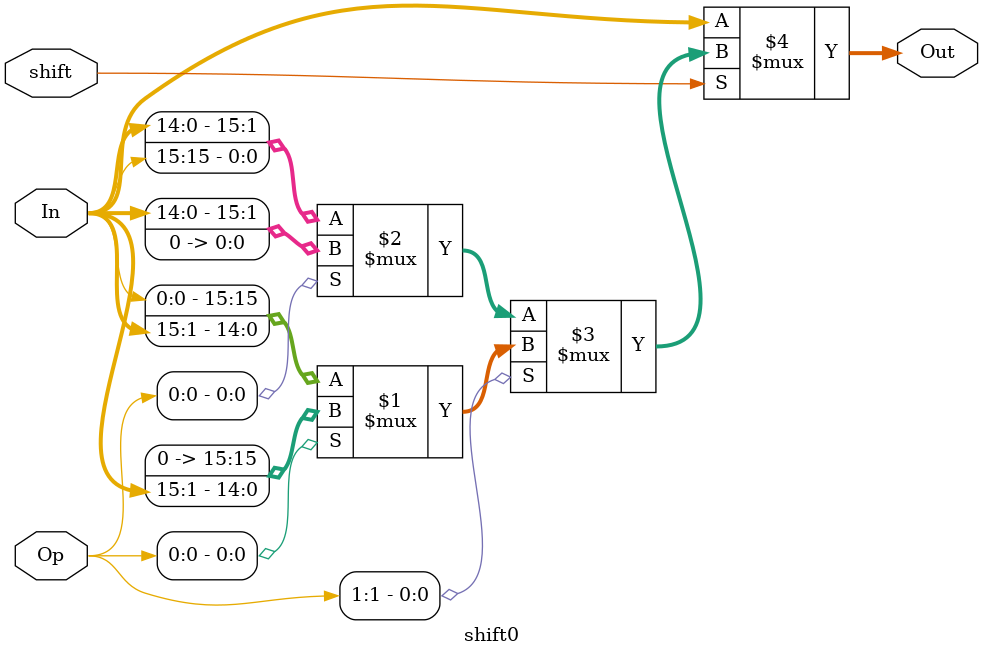
<source format=v>
/*
* zeroth shifting mux, shift only one bit, input connections:
* in, 16 bits number for shiting
* sel, 2 bit selection connected to the opcode for
* 	op[00] Rotate left
* 	op[01] Shift left
* 	op[10] rotate right
* 	op[11] Shift right logical
* shift, determine whether to shift or not
* out, output
*/
module shift0(In, Op, shift, Out);

input [1:0] Op;
input shift;
input [15:0] In;
output[15:0]Out;


assign Out = shift ? Op[1] ? Op[0] ? {1'b0, In[15:1]}: // op[11]
             {In[0], In[15:1]} : // op[10]
             Op[0] ? {In[14:0], 1'b0}: // op[01]
             {In[14:0], In[15]}: // op[00]
             In; // no shift in this shifter

endmodule

</source>
